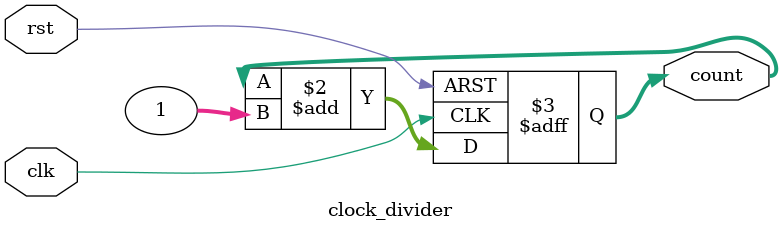
<source format=v>
`timescale 1ns / 1ps


module clock_divider(
input clk,              
    input rst,             
    output reg [31:0] count 
);
    always @(posedge clk or posedge rst) begin
        if (rst)
            count <= 0;
        else
            count <= count + 1;
    end
endmodule
</source>
